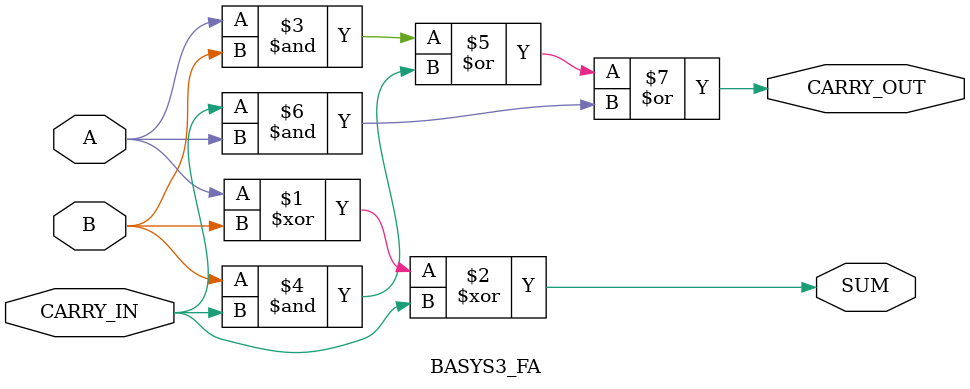
<source format=v>
`timescale 1 ns / 1 ps

module BASYS3_FA(SUM, CARRY_OUT, A, B, CARRY_IN);
    output SUM, CARRY_OUT;
    input A, B, CARRY_IN;

    assign SUM = (A ^ B) ^ CARRY_IN;
    assign CARRY_OUT = (A & B) | (B & CARRY_IN) | (CARRY_IN & A);

endmodule
</source>
